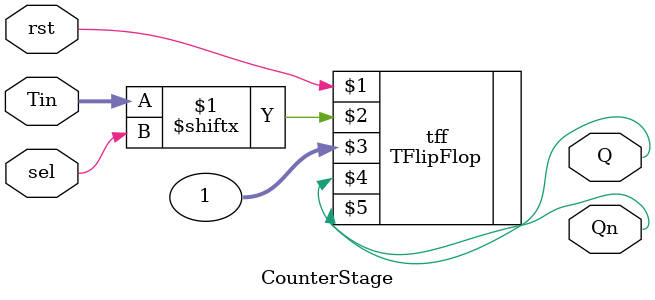
<source format=v>
`timescale 1ns / 1ps


module CounterStage(
    input sel, rst, 
    input [2:0] Tin,
    output Q, Qn
    );
    
    TFlipFlop tff(rst, Tin[sel], 1, Q, Qn);
    
endmodule

</source>
